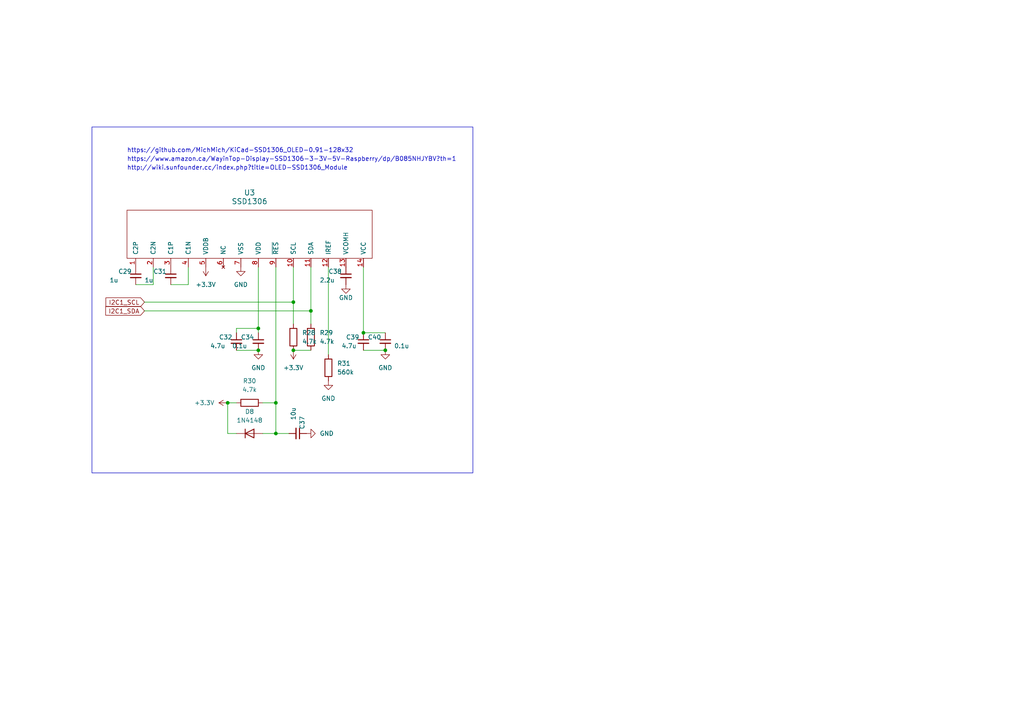
<source format=kicad_sch>
(kicad_sch (version 20230121) (generator eeschema)
  (paper "A4")
  (lib_symbols
    (symbol "Device:C_Small" (pin_numbers hide) (pin_names (offset 0.254) hide)
      (property "Reference" "C" (at 0.254 1.778 0))
      (property "Value" "C_Small" (at 0.254 -2.032 0))
      (symbol "C_Small_0_1"
        (polyline (pts (xy -1.524 -0.508) (xy 1.524 -0.508)) (stroke (width 0.3302)))
        (polyline (pts (xy -1.524 0.508) (xy 1.524 0.508)) (stroke (width 0.3048)))
      )
      (symbol "C_Small_1_1"
        (pin passive line (at 0 2.54 270) (length 2.032) (name "~") (number "1"))
        (pin passive line (at 0 -2.54 90) (length 2.032) (name "~") (number "2"))
      )
    )
    (symbol "Device:R" (pin_numbers hide) (pin_names (offset 0))
      (property "Reference" "R" (at 2.032 0 90))
      (property "Value" "R" (at 0 0 90))
      (symbol "R_0_1"
        (rectangle (start -1.016 -2.54) (end 1.016 2.54) (stroke (width 0.254)))
      )
      (symbol "R_1_1"
        (pin passive line (at 0 3.81 270) (length 1.27) (name "~") (number "1"))
        (pin passive line (at 0 -3.81 90) (length 1.27) (name "~") (number "2"))
      )
    )
    (symbol "Diode:1N4148" (pin_numbers hide) (pin_names hide)
      (property "Reference" "D" (at 0 2.54 0))
      (property "Value" "1N4148" (at 0 -2.54 0))
      (symbol "1N4148_0_1"
        (polyline (pts (xy -1.27 1.27) (xy -1.27 -1.27)) (stroke (width 0.254)))
        (polyline (pts (xy 1.27 0) (xy -1.27 0)))
        (polyline (pts (xy 1.27 1.27) (xy 1.27 -1.27) (xy -1.27 0) (xy 1.27 1.27)) (stroke (width 0.254)))
      )
      (symbol "1N4148_1_1"
        (pin passive line (at -3.81 0 0) (length 2.54) (name "K") (number "1"))
        (pin passive line (at 3.81 0 180) (length 2.54) (name "A") (number "2"))
      )
    )
    (symbol "SSD1306_OLED-0.91-128x32:SSD1306" (pin_names (offset 1.016))
      (property "Reference" "U" (at 34.29 15.24 0))
      (property "Value" "SSD1306" (at -34.29 15.24 0))
      (symbol "SSD1306_0_1"
        (rectangle (start -35.56 16.51) (end 35.56 2.54))
      )
      (symbol "SSD1306_1_1"
        (pin input line (at -33.02 0 90) (length 2.54) (name "C2P") (number "1"))
        (pin input line (at 12.7 0 90) (length 2.54) (name "SCL") (number "10"))
        (pin input line (at 17.78 0 90) (length 2.54) (name "SDA") (number "11"))
        (pin input line (at 22.86 0 90) (length 2.54) (name "IREF") (number "12"))
        (pin input line (at 27.94 0 90) (length 2.54) (name "VCOMH") (number "13"))
        (pin input line (at 33.02 0 90) (length 2.54) (name "VCC") (number "14"))
        (pin input line (at -27.94 0 90) (length 2.54) (name "C2N") (number "2"))
        (pin input line (at -22.86 0 90) (length 2.54) (name "C1P") (number "3"))
        (pin input line (at -17.78 0 90) (length 2.54) (name "C1N") (number "4"))
        (pin input line (at -12.7 0 90) (length 2.54) (name "VDDB") (number "5"))
        (pin no_connect line (at -7.62 0 90) (length 2.54) (name "NC") (number "6"))
        (pin output line (at -2.54 0 90) (length 2.54) (name "VSS") (number "7"))
        (pin input line (at 2.54 0 90) (length 2.54) (name "VDD") (number "8"))
        (pin input line (at 7.62 0 90) (length 2.54) (name "~{RES}") (number "9"))
      )
    )
    (symbol "power:+3.3V" (power) (pin_names (offset 0))
      (property "Value" "+3.3V" (at 0 3.556 0))
      (symbol "+3.3V_0_1"
        (polyline (pts (xy -0.762 1.27) (xy 0 2.54)))
        (polyline (pts (xy 0 0) (xy 0 2.54)))
        (polyline (pts (xy 0 2.54) (xy 0.762 1.27)))
      )
      (symbol "+3.3V_1_1"
        (pin power_in line (at 0 0 90) (length 0) hide (name "+3.3V") (number "1"))
      )
    )
    (symbol "power:GND" (power) (pin_names (offset 0))
      (property "Value" "GND" (at 0 -3.81 0))
      (symbol "GND_0_1"
        (polyline (pts (xy 0 0) (xy 0 -1.27) (xy 1.27 -1.27) (xy 0 -2.54) (xy -1.27 -1.27) (xy 0 -1.27)))
      )
      (symbol "GND_1_1"
        (pin power_in line (at 0 0 270) (length 0) hide (name "GND") (number "1"))
      )
    )
  )
  (junction (at 85.09 101.6))
  (junction (at 105.41 96.52))
  (junction (at 80.01 125.73))
  (junction (at 66.04 116.84))
  (junction (at 74.93 95.25))
  (junction (at 111.76 101.6))
  (junction (at 80.01 116.84))
  (junction (at 74.93 101.6))
  (junction (at 85.09 87.63))
  (junction (at 90.17 90.17))
  (wire (pts (xy 74.93 77.47) (xy 74.93 95.25)))
  (wire (pts (xy 54.61 82.55) (xy 54.61 77.47)))
  (wire (pts (xy 68.58 101.6) (xy 74.93 101.6)))
  (wire (pts (xy 105.41 101.6) (xy 111.76 101.6)))
  (wire (pts (xy 85.09 77.47) (xy 85.09 87.63)))
  (wire (pts (xy 105.41 77.47) (xy 105.41 96.52)))
  (wire (pts (xy 41.91 90.17) (xy 90.17 90.17)))
  (wire (pts (xy 66.04 116.84) (xy 68.58 116.84)))
  (wire (pts (xy 74.93 95.25) (xy 74.93 96.52)))
  (wire (pts (xy 68.58 95.25) (xy 74.93 95.25)))
  (wire (pts (xy 66.04 116.84) (xy 66.04 125.73)))
  (wire (pts (xy 66.04 125.73) (xy 68.58 125.73)))
  (wire (pts (xy 85.09 101.6) (xy 90.17 101.6)))
  (wire (pts (xy 76.2 116.84) (xy 80.01 116.84)))
  (wire (pts (xy 105.41 96.52) (xy 111.76 96.52)))
  (wire (pts (xy 76.2 125.73) (xy 80.01 125.73)))
  (wire (pts (xy 80.01 77.47) (xy 80.01 116.84)))
  (wire (pts (xy 41.91 87.63) (xy 85.09 87.63)))
  (wire (pts (xy 80.01 116.84) (xy 80.01 125.73)))
  (wire (pts (xy 68.58 96.52) (xy 68.58 95.25)))
  (wire (pts (xy 95.25 77.47) (xy 95.25 102.87)))
  (wire (pts (xy 49.53 82.55) (xy 54.61 82.55)))
  (wire (pts (xy 44.45 82.55) (xy 44.45 77.47)))
  (wire (pts (xy 39.37 82.55) (xy 44.45 82.55)))
  (wire (pts (xy 90.17 77.47) (xy 90.17 90.17)))
  (wire (pts (xy 90.17 90.17) (xy 90.17 93.98)))
  (wire (pts (xy 83.82 125.73) (xy 80.01 125.73)))
  (wire (pts (xy 85.09 87.63) (xy 85.09 93.98)))
  (rectangle (start 26.67 36.83) (end 137.16 137.16))
  (text "http://wiki.sunfounder.cc/index.php?title=OLED-SSD1306_Module" (at 36.83 49.53 0) (effects (font (size 1.27 1.27)) (justify left bottom)))
  (text "https://github.com/MichMich/KiCad-SSD1306_OLED-0.91-128x32" (at 36.83 44.45 0) (effects (font (size 1.27 1.27)) (justify left bottom)))
  (text "https://www.amazon.ca/WayinTop-Display-SSD1306-3-3V-5V-Raspberry/dp/B085NHJYBV?th=1" (at 36.83 46.99 0) (effects (font (size 1.27 1.27)) (justify left bottom)))
  (global_label "I2C1_SCL" (shape input) (at 41.91 87.63 180) (property "Intersheetrefs" "${INTERSHEET_REFS}" (effects hide)))
  (global_label "I2C1_SDA" (shape input) (at 41.91 90.17 180) (property "Intersheetrefs" "${INTERSHEET_REFS}" (effects hide)))
  (symbol (lib_id "power:GND") (at 111.76 101.6 0) (unit 1)
    (property "Reference" "#PWR052" (effects hide))
    (property "Value" "GND" (at 111.76 106.68 0))
  )
  (symbol (lib_id "power:+3.3V") (at 85.09 101.6 180) (unit 1)
    (property "Reference" "#PWR045" (effects hide))
    (property "Value" "+3.3V" (at 85.09 106.68 0))
  )
  (symbol (lib_id "Device:C_Small") (at 68.58 99.06 0) (unit 1)
    (property "Reference" "C32" (at 63.5 97.79 0) (effects (justify left)))
    (property "Value" "4.7u" (at 60.96 100.33 0) (effects (justify left)))
  )
  (symbol (lib_id "Device:C_Small") (at 39.37 80.01 0) (unit 1)
    (property "Reference" "C29" (at 34.29 78.74 0) (effects (justify left)))
    (property "Value" "1u" (at 31.75 81.28 0) (effects (justify left)))
  )
  (symbol (lib_id "power:+3.3V") (at 59.69 77.47 180) (unit 1)
    (property "Reference" "#PWR042" (effects hide))
    (property "Value" "+3.3V" (at 59.69 82.55 0))
  )
  (symbol (lib_id "power:GND") (at 95.25 110.49 0) (unit 1)
    (property "Reference" "#PWR050" (effects hide))
    (property "Value" "GND" (at 95.25 115.57 0))
  )
  (symbol (lib_id "SSD1306_OLED-0.91-128x32:SSD1306") (at 72.39 77.47 0) (unit 1)
    (property "Reference" "U3" (at 72.39 55.88 0) (effects (font (size 1.524 1.524))))
    (property "Value" "SSD1306" (at 72.39 58.42 0) (effects (font (size 1.524 1.524))))
  )
  (symbol (lib_id "Diode:1N4148") (at 72.39 125.73 0) (unit 1)
    (property "Reference" "D8" (at 72.39 119.38 0))
    (property "Value" "1N4148" (at 72.39 121.92 0))
    (property "Footprint" "Diode_THT:D_DO-35_SOD27_P7.62mm_Horizontal" (effects hide))
    (property "Datasheet" "https://assets.nexperia.com/documents/data-sheet/1N4148_1N4448.pdf" (effects hide))
    (property "Sim.Device" "D" (effects hide))
    (property "Sim.Pins" "1=K 2=A" (effects hide))
  )
  (symbol (lib_id "Device:R") (at 85.09 97.79 0) (unit 1)
    (property "Reference" "R28" (at 87.63 96.52 0) (effects (justify left)))
    (property "Value" "4.7k" (at 87.63 99.06 0) (effects (justify left)))
  )
  (symbol (lib_id "Device:R") (at 95.25 106.68 0) (unit 1)
    (property "Reference" "R31" (at 97.79 105.41 0) (effects (justify left)))
    (property "Value" "560k" (at 97.79 107.95 0) (effects (justify left)))
  )
  (symbol (lib_id "Device:C_Small") (at 49.53 80.01 0) (unit 1)
    (property "Reference" "C31" (at 44.45 78.74 0) (effects (justify left)))
    (property "Value" "1u" (at 41.91 81.28 0) (effects (justify left)))
  )
  (symbol (lib_id "power:GND") (at 100.33 82.55 0) (unit 1)
    (property "Reference" "#PWR051" (effects hide))
    (property "Value" "GND" (at 100.33 86.36 0))
  )
  (symbol (lib_id "Device:R") (at 90.17 97.79 0) (unit 1)
    (property "Reference" "R29" (at 92.71 96.52 0) (effects (justify left)))
    (property "Value" "4.7k" (at 92.71 99.06 0) (effects (justify left)))
  )
  (symbol (lib_id "Device:C_Small") (at 100.33 80.01 0) (unit 1)
    (property "Reference" "C38" (at 95.25 78.74 0) (effects (justify left)))
    (property "Value" "2.2u" (at 92.71 81.28 0) (effects (justify left)))
  )
  (symbol (lib_id "power:GND") (at 69.85 77.47 0) (unit 1)
    (property "Reference" "#PWR043" (effects hide))
    (property "Value" "GND" (at 69.85 82.55 0))
  )
  (symbol (lib_id "power:GND") (at 74.93 101.6 0) (unit 1)
    (property "Reference" "#PWR044" (effects hide))
    (property "Value" "GND" (at 74.93 106.68 0))
  )
  (symbol (lib_id "Device:C_Small") (at 86.36 125.73 270) (unit 1)
    (property "Reference" "C37" (at 87.63 120.65 0) (effects (justify left)))
    (property "Value" "10u" (at 85.09 118.11 0) (effects (justify left)))
  )
  (symbol (lib_id "Device:R") (at 72.39 116.84 90) (unit 1)
    (property "Reference" "R30" (at 72.39 110.49 90))
    (property "Value" "4.7k" (at 72.39 113.03 90))
  )
  (symbol (lib_id "Device:C_Small") (at 74.93 99.06 0) (unit 1)
    (property "Reference" "C34" (at 69.85 97.79 0) (effects (justify left)))
    (property "Value" "0.1u" (at 67.31 100.33 0) (effects (justify left)))
  )
  (symbol (lib_id "Device:C_Small") (at 111.76 99.06 0) (unit 1)
    (property "Reference" "C40" (at 106.68 97.79 0) (effects (justify left)))
    (property "Value" "0.1u" (at 114.3 100.33 0) (effects (justify left)))
  )
  (symbol (lib_id "power:GND") (at 88.9 125.73 90) (unit 1)
    (property "Reference" "#PWR049" (effects hide))
    (property "Value" "GND" (at 92.71 125.73 90) (effects (justify right)))
  )
  (symbol (lib_id "power:+3.3V") (at 66.04 116.84 90) (unit 1)
    (property "Reference" "#PWR048" (effects hide))
    (property "Value" "+3.3V" (at 62.23 116.84 90) (effects (justify left)))
  )
  (symbol (lib_id "Device:C_Small") (at 105.41 99.06 0) (unit 1)
    (property "Reference" "C39" (at 100.33 97.79 0) (effects (justify left)))
    (property "Value" "4.7u" (at 99.06 100.33 0) (effects (justify left)))
  )
)
</source>
